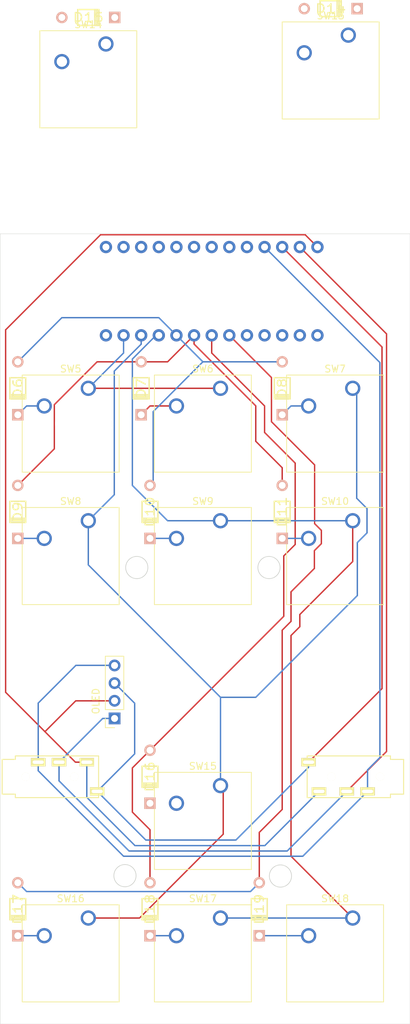
<source format=kicad_pcb>
(kicad_pcb (version 20221018) (generator pcbnew)
  (layers (0 "F.Cu" signal) (31 "B.Cu" signal) (34 "B.Paste" user) (35 "F.Paste" user) (36 "B.SilkS" user "B.Silkscreen") (37 "F.SilkS" user "F.Silkscreen") (38 "B.Mask" user) (39 "F.Mask" user) (44 "Edge.Cuts" user))
  (net 0 "")
  (net 1 "r0")
  (net 2 "Net-(D6-A)")
  (net 3 "r1")
  (net 4 "Net-(D7-A)")
  (net 5 "Net-(D8-A)")
  (net 6 "Net-(D9-A)")
  (net 7 "Net-(D10-A)")
  (net 8 "Net-(D11-A)")
  (net 9 "r2")
  (net 10 "Net-(D14-A)")
  (net 11 "r3")
  (net 12 "Net-(D15-A)")
  (net 13 "Net-(D16-A)")
  (net 14 "Net-(D17-A)")
  (net 15 "Net-(D18-A)")
  (net 16 "Net-(D19-A)")
  (net 17 "VCC")
  (net 18 "GND")
  (net 19 "SCL")
  (net 20 "SDA")
  (net 21 "c1")
  (net 22 "c2")
  (net 23 "c3")
  (footprint "Library:Diode" (layer "F.Cu") (at 135.255 6.985)
    (fp_text reference "D14" (at 0 0) (layer "F.SilkS") (effects (font (size 1.27 1.524) (thickness 0.2032))))
    (fp_text value "D_Small" hide)
    (fp_line (start -1.524 -1.143) (end 1.524 -1.143) (stroke (width 0.2032)) (layer "F.SilkS"))
    (fp_line (start -1.524 1.143) (end -1.524 -1.143) (stroke (width 0.2032)) (layer "F.SilkS"))
    (fp_line (start 0.9 1.1) (end 0.9 -1.1) (stroke (width 0.15)) (layer "F.SilkS"))
    (fp_line (start 1.1 -1.1) (end 1.1 1.1) (stroke (width 0.15)) (layer "F.SilkS"))
    (fp_line (start 1.3 -1.1) (end 1.3 -1) (stroke (width 0.15)) (layer "F.SilkS"))
    (fp_line (start 1.3 -1) (end 1.3 -1.1) (stroke (width 0.15)) (layer "F.SilkS"))
    (fp_line (start 1.3 1.1) (end 1.3 -1) (stroke (width 0.15)) (layer "F.SilkS"))
    (fp_line (start 1.524 -1.143) (end 1.524 1.143) (stroke (width 0.2032)) (layer "F.SilkS"))
    (fp_line (start 1.524 1.143) (end -1.524 1.143) (stroke (width 0.2032)) (layer "F.SilkS"))
    (pad "1" thru_hole circle (at -3.81 0) (size 1.651 1.651) (drill 0.9906) (layers "*.Cu" "*.SilkS" "*.Mask") (net 9 "r2"))
    (pad "2" thru_hole rect (at 3.81 0) (size 1.651 1.651) (drill 0.9906) (layers "*.Cu" "*.SilkS" "*.Mask") (net 10 "Net-(D14-A)"))
  )
  (footprint "Library:Diode" (layer "F.Cu") (at 107.95 61.595 -90)
    (fp_text reference "D7" (at 0 0 90) (layer "F.SilkS") (effects (font (size 1.27 1.524) (thickness 0.2032))))
    (fp_text value "D_Small" hide)
    (fp_line (start -1.524 -1.143) (end 1.524 -1.143) (stroke (width 0.2032)) (layer "F.SilkS"))
    (fp_line (start -1.524 1.143) (end -1.524 -1.143) (stroke (width 0.2032)) (layer "F.SilkS"))
    (fp_line (start 0.9 1.1) (end 0.9 -1.1) (stroke (width 0.15)) (layer "F.SilkS"))
    (fp_line (start 1.1 -1.1) (end 1.1 1.1) (stroke (width 0.15)) (layer "F.SilkS"))
    (fp_line (start 1.3 -1.1) (end 1.3 -1) (stroke (width 0.15)) (layer "F.SilkS"))
    (fp_line (start 1.3 -1) (end 1.3 -1.1) (stroke (width 0.15)) (layer "F.SilkS"))
    (fp_line (start 1.3 1.1) (end 1.3 -1) (stroke (width 0.15)) (layer "F.SilkS"))
    (fp_line (start 1.524 -1.143) (end 1.524 1.143) (stroke (width 0.2032)) (layer "F.SilkS"))
    (fp_line (start 1.524 1.143) (end -1.524 1.143) (stroke (width 0.2032)) (layer "F.SilkS"))
    (pad "1" thru_hole circle (at -3.81 0 270) (size 1.651 1.651) (drill 0.9906) (layers "*.Cu" "*.SilkS" "*.Mask") (net 3 "r1"))
    (pad "2" thru_hole rect (at 3.81 0 270) (size 1.651 1.651) (drill 0.9906) (layers "*.Cu" "*.SilkS" "*.Mask") (net 4 "Net-(D7-A)"))
  )
  (footprint "Button_Switch_Keyboard:SW_Cherry_MX_1.00u_PCB" (layer "F.Cu") (at 138.43 61.595)
    (fp_text reference "SW7" (at -2.54 -2.794) (layer "F.SilkS"))
    (fp_text value "KEYSW")
    (fp_line (start -9.525 -1.905) (end 4.445 -1.905) (stroke (width 0.12)) (layer "F.SilkS"))
    (fp_line (start -9.525 12.065) (end -9.525 -1.905) (stroke (width 0.12)) (layer "F.SilkS"))
    (fp_line (start 4.445 -1.905) (end 4.445 12.065) (stroke (width 0.12)) (layer "F.SilkS"))
    (fp_line (start 4.445 12.065) (end -9.525 12.065) (stroke (width 0.12)) (layer "F.SilkS"))
    (pad "" np_thru_hole circle (at -7.62 5.08) (size 1.7 1.7) (drill 1.7) (layers "*.Cu" "*.Mask"))
    (pad "" np_thru_hole circle (at -2.54 5.08) (size 4 4) (drill 4) (layers "*.Cu" "*.Mask"))
    (pad "" np_thru_hole circle (at 2.54 5.08) (size 1.7 1.7) (drill 1.7) (layers "*.Cu" "*.Mask"))
    (pad "1" thru_hole circle (at 0 0) (size 2.2 2.2) (drill 1.5) (layers "*.Cu" "*.Mask") (net 22 "c2"))
    (pad "2" thru_hole circle (at -6.35 2.54) (size 2.2 2.2) (drill 1.5) (layers "*.Cu" "*.Mask") (net 5 "Net-(D8-A)"))
  )
  (footprint "Library:Diode" (layer "F.Cu") (at 100.33 8.255)
    (fp_text reference "D15" (at 0 0) (layer "F.SilkS") (effects (font (size 1.27 1.524) (thickness 0.2032))))
    (fp_text value "D_Small" hide)
    (fp_line (start -1.524 -1.143) (end 1.524 -1.143) (stroke (width 0.2032)) (layer "F.SilkS"))
    (fp_line (start -1.524 1.143) (end -1.524 -1.143) (stroke (width 0.2032)) (layer "F.SilkS"))
    (fp_line (start 0.9 1.1) (end 0.9 -1.1) (stroke (width 0.15)) (layer "F.SilkS"))
    (fp_line (start 1.1 -1.1) (end 1.1 1.1) (stroke (width 0.15)) (layer "F.SilkS"))
    (fp_line (start 1.3 -1.1) (end 1.3 -1) (stroke (width 0.15)) (layer "F.SilkS"))
    (fp_line (start 1.3 -1) (end 1.3 -1.1) (stroke (width 0.15)) (layer "F.SilkS"))
    (fp_line (start 1.3 1.1) (end 1.3 -1) (stroke (width 0.15)) (layer "F.SilkS"))
    (fp_line (start 1.524 -1.143) (end 1.524 1.143) (stroke (width 0.2032)) (layer "F.SilkS"))
    (fp_line (start 1.524 1.143) (end -1.524 1.143) (stroke (width 0.2032)) (layer "F.SilkS"))
    (pad "1" thru_hole circle (at -3.81 0) (size 1.651 1.651) (drill 0.9906) (layers "*.Cu" "*.SilkS" "*.Mask") (net 11 "r3"))
    (pad "2" thru_hole rect (at 3.81 0) (size 1.651 1.651) (drill 0.9906) (layers "*.Cu" "*.SilkS" "*.Mask") (net 12 "Net-(D15-A)"))
  )
  (footprint "Button_Switch_Keyboard:SW_Cherry_MX_1.00u_PCB" (layer "F.Cu") (at 100.33 61.595)
    (fp_text reference "SW5" (at -2.54 -2.794) (layer "F.SilkS"))
    (fp_text value "KEYSW")
    (fp_line (start -9.525 -1.905) (end 4.445 -1.905) (stroke (width 0.12)) (layer "F.SilkS"))
    (fp_line (start -9.525 12.065) (end -9.525 -1.905) (stroke (width 0.12)) (layer "F.SilkS"))
    (fp_line (start 4.445 -1.905) (end 4.445 12.065) (stroke (width 0.12)) (layer "F.SilkS"))
    (fp_line (start 4.445 12.065) (end -9.525 12.065) (stroke (width 0.12)) (layer "F.SilkS"))
    (pad "" np_thru_hole circle (at -7.62 5.08) (size 1.7 1.7) (drill 1.7) (layers "*.Cu" "*.Mask"))
    (pad "" np_thru_hole circle (at -2.54 5.08) (size 4 4) (drill 4) (layers "*.Cu" "*.Mask"))
    (pad "" np_thru_hole circle (at 2.54 5.08) (size 1.7 1.7) (drill 1.7) (layers "*.Cu" "*.Mask"))
    (pad "1" thru_hole circle (at 0 0) (size 2.2 2.2) (drill 1.5) (layers "*.Cu" "*.Mask") (net 21 "c1"))
    (pad "2" thru_hole circle (at -6.35 2.54) (size 2.2 2.2) (drill 1.5) (layers "*.Cu" "*.Mask") (net 2 "Net-(D6-A)"))
  )
  (footprint "Library:Diode" (layer "F.Cu") (at 109.22 79.375 -90)
    (fp_text reference "D10" (at 0 0 90) (layer "F.SilkS") (effects (font (size 1.27 1.524) (thickness 0.2032))))
    (fp_text value "D_Small" hide)
    (fp_line (start -1.524 -1.143) (end 1.524 -1.143) (stroke (width 0.2032)) (layer "F.SilkS"))
    (fp_line (start -1.524 1.143) (end -1.524 -1.143) (stroke (width 0.2032)) (layer "F.SilkS"))
    (fp_line (start 0.9 1.1) (end 0.9 -1.1) (stroke (width 0.15)) (layer "F.SilkS"))
    (fp_line (start 1.1 -1.1) (end 1.1 1.1) (stroke (width 0.15)) (layer "F.SilkS"))
    (fp_line (start 1.3 -1.1) (end 1.3 -1) (stroke (width 0.15)) (layer "F.SilkS"))
    (fp_line (start 1.3 -1) (end 1.3 -1.1) (stroke (width 0.15)) (layer "F.SilkS"))
    (fp_line (start 1.3 1.1) (end 1.3 -1) (stroke (width 0.15)) (layer "F.SilkS"))
    (fp_line (start 1.524 -1.143) (end 1.524 1.143) (stroke (width 0.2032)) (layer "F.SilkS"))
    (fp_line (start 1.524 1.143) (end -1.524 1.143) (stroke (width 0.2032)) (layer "F.SilkS"))
    (pad "1" thru_hole circle (at -3.81 0 270) (size 1.651 1.651) (drill 0.9906) (layers "*.Cu" "*.SilkS" "*.Mask") (net 1 "r0"))
    (pad "2" thru_hole rect (at 3.81 0 270) (size 1.651 1.651) (drill 0.9906) (layers "*.Cu" "*.SilkS" "*.Mask") (net 7 "Net-(D10-A)"))
  )
  (footprint "Button_Switch_Keyboard:SW_Cherry_MX_1.00u_PCB" (layer "F.Cu") (at 100.33 137.795)
    (fp_text reference "SW16" (at -2.54 -2.794) (layer "F.SilkS"))
    (fp_text value "KEYSW")
    (fp_line (start -9.525 -1.905) (end 4.445 -1.905) (stroke (width 0.12)) (layer "F.SilkS"))
    (fp_line (start -9.525 12.065) (end -9.525 -1.905) (stroke (width 0.12)) (layer "F.SilkS"))
    (fp_line (start 4.445 -1.905) (end 4.445 12.065) (stroke (width 0.12)) (layer "F.SilkS"))
    (fp_line (start 4.445 12.065) (end -9.525 12.065) (stroke (width 0.12)) (layer "F.SilkS"))
    (pad "" np_thru_hole circle (at -7.62 5.08) (size 1.7 1.7) (drill 1.7) (layers "*.Cu" "*.Mask"))
    (pad "" np_thru_hole circle (at -2.54 5.08) (size 4 4) (drill 4) (layers "*.Cu" "*.Mask"))
    (pad "" np_thru_hole circle (at 2.54 5.08) (size 1.7 1.7) (drill 1.7) (layers "*.Cu" "*.Mask"))
    (pad "1" thru_hole circle (at 0 0) (size 2.2 2.2) (drill 1.5) (layers "*.Cu" "*.Mask") (net 22 "c2"))
    (pad "2" thru_hole circle (at -6.35 2.54) (size 2.2 2.2) (drill 1.5) (layers "*.Cu" "*.Mask") (net 14 "Net-(D17-A)"))
  )
  (footprint "Button_Switch_Keyboard:SW_Cherry_MX_1.00u_PCB" (layer "F.Cu") (at 119.38 80.645)
    (fp_text reference "SW9" (at -2.54 -2.794) (layer "F.SilkS"))
    (fp_text value "KEYSW")
    (fp_line (start -9.525 -1.905) (end 4.445 -1.905) (stroke (width 0.12)) (layer "F.SilkS"))
    (fp_line (start -9.525 12.065) (end -9.525 -1.905) (stroke (width 0.12)) (layer "F.SilkS"))
    (fp_line (start 4.445 -1.905) (end 4.445 12.065) (stroke (width 0.12)) (layer "F.SilkS"))
    (fp_line (start 4.445 12.065) (end -9.525 12.065) (stroke (width 0.12)) (layer "F.SilkS"))
    (pad "" np_thru_hole circle (at -7.62 5.08) (size 1.7 1.7) (drill 1.7) (layers "*.Cu" "*.Mask"))
    (pad "" np_thru_hole circle (at -2.54 5.08) (size 4 4) (drill 4) (layers "*.Cu" "*.Mask"))
    (pad "" np_thru_hole circle (at 2.54 5.08) (size 1.7 1.7) (drill 1.7) (layers "*.Cu" "*.Mask"))
    (pad "1" thru_hole circle (at 0 0) (size 2.2 2.2) (drill 1.5) (layers "*.Cu" "*.Mask") (net 23 "c3"))
    (pad "2" thru_hole circle (at -6.35 2.54) (size 2.2 2.2) (drill 1.5) (layers "*.Cu" "*.Mask") (net 7 "Net-(D10-A)"))
  )
  (footprint "1X08_ROUND_70" (layer "F.Cu") (at 111.76 53.975)
    (fp_text reference "JP6" hide)
    (fp_text value "")
    (pad "1" thru_hole circle (at -8.89 0 90) (size 1.778 1.778) (drill 1) (layers "*.Cu" "*.Mask"))
    (pad "2" thru_hole circle (at -6.35 0 90) (size 1.778 1.778) (drill 1) (layers "*.Cu" "*.Mask") (net 21 "c1"))
    (pad "3" thru_hole circle (at -3.81 0 90) (size 1.778 1.778) (drill 1) (layers "*.Cu" "*.Mask") (net 22 "c2"))
    (pad "4" thru_hole circle (at -1.27 0 90) (size 1.778 1.778) (drill 1) (layers "*.Cu" "*.Mask") (net 23 "c3"))
    (pad "5" thru_hole circle (at 1.27 0 90) (size 1.778 1.778) (drill 1) (layers "*.Cu" "*.Mask") (net 1 "r0"))
    (pad "6" thru_hole circle (at 3.81 0 90) (size 1.778 1.778) (drill 1) (layers "*.Cu" "*.Mask") (net 3 "r1"))
    (pad "7" thru_hole circle (at 6.35 0 90) (size 1.778 1.778) (drill 1) (layers "*.Cu" "*.Mask") (net 9 "r2"))
    (pad "8" thru_hole circle (at 8.89 0 90) (size 1.778 1.778) (drill 1) (layers "*.Cu" "*.Mask") (net 11 "r3"))
  )
  (footprint "Connector_PinSocket_2.54mm:PinSocket_1x04_P2.54mm_Vertical" (layer "F.Cu") (at 104.1146 109.083 180)
    (fp_text reference "J1" hide)
    (fp_text value "Conn_01x04")
    (fp_line (start -1.33 1.27) (end -1.33 8.95) (stroke (width 0.12)) (layer "F.SilkS"))
    (fp_line (start -1.33 1.27) (end 1.33 1.27) (stroke (width 0.12)) (layer "F.SilkS"))
    (fp_line (start -1.33 8.95) (end 1.33 8.95) (stroke (width 0.12)) (layer "F.SilkS"))
    (fp_line (start 0 -1.33) (end 1.33 -1.33) (stroke (width 0.12)) (layer "F.SilkS"))
    (fp_line (start 1.33 -1.33) (end 1.33 0) (stroke (width 0.12)) (layer "F.SilkS"))
    (fp_line (start 1.33 1.27) (end 1.33 8.95) (stroke (width 0.12)) (layer "F.SilkS"))
    (pad "1" thru_hole rect (at 0 0 180) (size 1.7 1.7) (drill 1) (layers "*.Cu" "*.Mask") (net 18 "GND"))
    (pad "2" thru_hole oval (at 0 2.54 180) (size 1.7 1.7) (drill 1) (layers "*.Cu" "*.Mask") (net 17 "VCC"))
    (pad "3" thru_hole oval (at 0 5.08 180) (size 1.7 1.7) (drill 1) (layers "*.Cu" "*.Mask") (net 19 "SCL"))
    (pad "4" thru_hole oval (at 0 7.62 180) (size 1.7 1.7) (drill 1) (layers "*.Cu" "*.Mask") (net 20 "SDA"))
  )
  (footprint "Library:Diode" (layer "F.Cu") (at 90.17 61.595 -90)
    (fp_text reference "D6" (at 0 0 90) (layer "F.SilkS") (effects (font (size 1.27 1.524) (thickness 0.2032))))
    (fp_text value "D_Small" hide)
    (fp_line (start -1.524 -1.143) (end 1.524 -1.143) (stroke (width 0.2032)) (layer "F.SilkS"))
    (fp_line (start -1.524 1.143) (end -1.524 -1.143) (stroke (width 0.2032)) (layer "F.SilkS"))
    (fp_line (start 0.9 1.1) (end 0.9 -1.1) (stroke (width 0.15)) (layer "F.SilkS"))
    (fp_line (start 1.1 -1.1) (end 1.1 1.1) (stroke (width 0.15)) (layer "F.SilkS"))
    (fp_line (start 1.3 -1.1) (end 1.3 -1) (stroke (width 0.15)) (layer "F.SilkS"))
    (fp_line (start 1.3 -1) (end 1.3 -1.1) (stroke (width 0.15)) (layer "F.SilkS"))
    (fp_line (start 1.3 1.1) (end 1.3 -1) (stroke (width 0.15)) (layer "F.SilkS"))
    (fp_line (start 1.524 -1.143) (end 1.524 1.143) (stroke (width 0.2032)) (layer "F.SilkS"))
    (fp_line (start 1.524 1.143) (end -1.524 1.143) (stroke (width 0.2032)) (layer "F.SilkS"))
    (pad "1" thru_hole circle (at -3.81 0 270) (size 1.651 1.651) (drill 0.9906) (layers "*.Cu" "*.SilkS" "*.Mask") (net 1 "r0"))
    (pad "2" thru_hole rect (at 3.81 0 270) (size 1.651 1.651) (drill 0.9906) (layers "*.Cu" "*.SilkS" "*.Mask") (net 2 "Net-(D6-A)"))
  )
  (footprint "Library:Diode" (layer "F.Cu") (at 128.27 79.375 -90)
    (fp_text reference "D11" (at 0 0 90) (layer "F.SilkS") (effects (font (size 1.27 1.524) (thickness 0.2032))))
    (fp_text value "D_Small" hide)
    (fp_line (start -1.524 -1.143) (end 1.524 -1.143) (stroke (width 0.2032)) (layer "F.SilkS"))
    (fp_line (start -1.524 1.143) (end -1.524 -1.143) (stroke (width 0.2032)) (layer "F.SilkS"))
    (fp_line (start 0.9 1.1) (end 0.9 -1.1) (stroke (width 0.15)) (layer "F.SilkS"))
    (fp_line (start 1.1 -1.1) (end 1.1 1.1) (stroke (width 0.15)) (layer "F.SilkS"))
    (fp_line (start 1.3 -1.1) (end 1.3 -1) (stroke (width 0.15)) (layer "F.SilkS"))
    (fp_line (start 1.3 -1) (end 1.3 -1.1) (stroke (width 0.15)) (layer "F.SilkS"))
    (fp_line (start 1.3 1.1) (end 1.3 -1) (stroke (width 0.15)) (layer "F.SilkS"))
    (fp_line (start 1.524 -1.143) (end 1.524 1.143) (stroke (width 0.2032)) (layer "F.SilkS"))
    (fp_line (start 1.524 1.143) (end -1.524 1.143) (stroke (width 0.2032)) (layer "F.SilkS"))
    (pad "1" thru_hole circle (at -3.81 0 270) (size 1.651 1.651) (drill 0.9906) (layers "*.Cu" "*.SilkS" "*.Mask") (net 3 "r1"))
    (pad "2" thru_hole rect (at 3.81 0 270) (size 1.651 1.651) (drill 0.9906) (layers "*.Cu" "*.SilkS" "*.Mask") (net 8 "Net-(D11-A)"))
  )
  (footprint "Button_Switch_Keyboard:SW_Cherry_MX_1.00u_PCB" (layer "F.Cu") (at 119.38 61.595)
    (fp_text reference "SW6" (at -2.54 -2.794) (layer "F.SilkS"))
    (fp_text value "KEYSW")
    (fp_line (start -9.525 -1.905) (end 4.445 -1.905) (stroke (width 0.12)) (layer "F.SilkS"))
    (fp_line (start -9.525 12.065) (end -9.525 -1.905) (stroke (width 0.12)) (layer "F.SilkS"))
    (fp_line (start 4.445 -1.905) (end 4.445 12.065) (stroke (width 0.12)) (layer "F.SilkS"))
    (fp_line (start 4.445 12.065) (end -9.525 12.065) (stroke (width 0.12)) (layer "F.SilkS"))
    (pad "" np_thru_hole circle (at -7.62 5.08) (size 1.7 1.7) (drill 1.7) (layers "*.Cu" "*.Mask"))
    (pad "" np_thru_hole circle (at -2.54 5.08) (size 4 4) (drill 4) (layers "*.Cu" "*.Mask"))
    (pad "" np_thru_hole circle (at 2.54 5.08) (size 1.7 1.7) (drill 1.7) (layers "*.Cu" "*.Mask"))
    (pad "1" thru_hole circle (at 0 0) (size 2.2 2.2) (drill 1.5) (layers "*.Cu" "*.Mask") (net 21 "c1"))
    (pad "2" thru_hole circle (at -6.35 2.54) (size 2.2 2.2) (drill 1.5) (layers "*.Cu" "*.Mask") (net 4 "Net-(D7-A)"))
  )
  (footprint "Library:TRRS" (layer "F.Cu") (at 143.8675 117.475 -90)
    (fp_text reference "J2" hide)
    (fp_text value "4PIN" hide)
    (fp_line (start -3 0) (end -2.5 0) (stroke (width 0.15)) (layer "F.SilkS"))
    (fp_line (start -3 12) (end -3 0) (stroke (width 0.15)) (layer "F.SilkS"))
    (fp_line (start -2.5 -1.9) (end 2.5 -1.9) (stroke (width 0.15)) (layer "F.SilkS"))
    (fp_line (start -2.5 0) (end -2.5 -1.9) (stroke (width 0.15)) (layer "F.SilkS"))
    (fp_line (start 2.5 0) (end 2.5 -1.9) (stroke (width 0.15)) (layer "F.SilkS"))
    (fp_line (start 3 0) (end 2.5 0) (stroke (width 0.15)) (layer "F.SilkS"))
    (fp_line (start 3 0) (end 3 12) (stroke (width 0.15)) (layer "F.SilkS"))
    (fp_line (start 3 12) (end -3 12) (stroke (width 0.15)) (layer "F.SilkS"))
    (pad "" np_thru_hole circle (at 0 1.5 270) (size 1.2 1.2) (drill 1.2) (layers "*.Cu" "*.Mask" "F.SilkS"))
    (pad "" np_thru_hole circle (at 0 8.5 270) (size 1.2 1.2) (drill 1.2) (layers "*.Cu" "*.Mask" "F.SilkS"))
    (pad "1" thru_hole rect (at 2.1 10.3 270) (size 1.2 2.1) (drill oval 0.5 1.6) (layers "*.Cu" "*.Mask" "F.SilkS") (net 17 "VCC") (clearance 0.15))
    (pad "2" thru_hole rect (at 2.1 6.3 270) (size 1.2 2.1) (drill oval 0.5 1.6) (layers "*.Cu" "*.Mask" "F.SilkS") (net 18 "GND") (clearance 0.15))
    (pad "3" thru_hole rect (at 2.1 3.3 270) (size 1.2 2.1) (drill oval 0.5 1.6) (layers "*.Cu" "*.Mask" "F.SilkS") (net 20 "SDA") (clearance 0.15))
    (pad "4" thru_hole rect (at -2.1 11.8 270) (size 1.2 2.1) (drill oval 0.5 1.6) (layers "*.Cu" "*.Mask" "F.SilkS") (net 19 "SCL") (clearance 0.15))
  )
  (footprint "1X05_ROUND_70" (layer "F.Cu") (at 128.27 53.975 180)
    (fp_text reference "JP1" hide)
    (fp_text value "")
    (pad "1" thru_hole circle (at -5.08 0 270) (size 1.778 1.778) (drill 1) (layers "*.Cu" "*.Mask"))
    (pad "2" thru_hole circle (at -2.54 0 270) (size 1.778 1.778) (drill 1) (layers "*.Cu" "*.Mask"))
    (pad "3" thru_hole circle (at 0 0 270) (size 1.778 1.778) (drill 1) (layers "*.Cu" "*.Mask"))
    (pad "4" thru_hole circle (at 2.54 0 270) (size 1.778 1.778) (drill 1) (layers "*.Cu" "*.Mask"))
    (pad "5" thru_hole circle (at 5.08 0 270) (size 1.778 1.778) (drill 1) (layers "*.Cu" "*.Mask"))
  )
  (footprint "Button_Switch_Keyboard:SW_Cherry_MX_1.00u_PCB" (layer "F.Cu") (at 102.87 12.065)
    (fp_text reference "SW14" (at -2.54 -2.794) (layer "F.SilkS"))
    (fp_text value "KEYSW")
    (fp_line (start -9.525 -1.905) (end 4.445 -1.905) (stroke (width 0.12)) (layer "F.SilkS"))
    (fp_line (start -9.525 12.065) (end -9.525 -1.905) (stroke (width 0.12)) (layer "F.SilkS"))
    (fp_line (start 4.445 -1.905) (end 4.445 12.065) (stroke (width 0.12)) (layer "F.SilkS"))
    (fp_line (start 4.445 12.065) (end -9.525 12.065) (stroke (width 0.12)) (layer "F.SilkS"))
    (pad "" np_thru_hole circle (at -7.62 5.08) (size 1.7 1.7) (drill 1.7) (layers "*.Cu" "*.Mask"))
    (pad "" np_thru_hole circle (at -2.54 5.08) (size 4 4) (drill 4) (layers "*.Cu" "*.Mask"))
    (pad "" np_thru_hole circle (at 2.54 5.08) (size 1.7 1.7) (drill 1.7) (layers "*.Cu" "*.Mask"))
    (pad "1" thru_hole circle (at 0 0) (size 2.2 2.2) (drill 1.5) (layers "*.Cu" "*.Mask") (net 21 "c1"))
    (pad "2" thru_hole circle (at -6.35 2.54) (size 2.2 2.2) (drill 1.5) (layers "*.Cu" "*.Mask") (net 12 "Net-(D15-A)"))
  )
  (footprint "Button_Switch_Keyboard:SW_Cherry_MX_1.00u_PCB" (layer "F.Cu") (at 100.33 80.645)
    (fp_text reference "SW8" (at -2.54 -2.794) (layer "F.SilkS"))
    (fp_text value "KEYSW")
    (fp_line (start -9.525 -1.905) (end 4.445 -1.905) (stroke (width 0.12)) (layer "F.SilkS"))
    (fp_line (start -9.525 12.065) (end -9.525 -1.905) (stroke (width 0.12)) (layer "F.SilkS"))
    (fp_line (start 4.445 -1.905) (end 4.445 12.065) (stroke (width 0.12)) (layer "F.SilkS"))
    (fp_line (start 4.445 12.065) (end -9.525 12.065) (stroke (width 0.12)) (layer "F.SilkS"))
    (pad "" np_thru_hole circle (at -7.62 5.08) (size 1.7 1.7) (drill 1.7) (layers "*.Cu" "*.Mask"))
    (pad "" np_thru_hole circle (at -2.54 5.08) (size 4 4) (drill 4) (layers "*.Cu" "*.Mask"))
    (pad "" np_thru_hole circle (at 2.54 5.08) (size 1.7 1.7) (drill 1.7) (layers "*.Cu" "*.Mask"))
    (pad "1" thru_hole circle (at 0 0) (size 2.2 2.2) (drill 1.5) (layers "*.Cu" "*.Mask") (net 22 "c2"))
    (pad "2" thru_hole circle (at -6.35 2.54) (size 2.2 2.2) (drill 1.5) (layers "*.Cu" "*.Mask") (net 6 "Net-(D9-A)"))
  )
  (footprint "Button_Switch_Keyboard:SW_Cherry_MX_1.00u_PCB" (layer "F.Cu") (at 138.43 80.645)
    (fp_text reference "SW10" (at -2.54 -2.794) (layer "F.SilkS"))
    (fp_text value "KEYSW")
    (fp_line (start -9.525 -1.905) (end 4.445 -1.905) (stroke (width 0.12)) (layer "F.SilkS"))
    (fp_line (start -9.525 12.065) (end -9.525 -1.905) (stroke (width 0.12)) (layer "F.SilkS"))
    (fp_line (start 4.445 -1.905) (end 4.445 12.065) (stroke (width 0.12)) (layer "F.SilkS"))
    (fp_line (start 4.445 12.065) (end -9.525 12.065) (stroke (width 0.12)) (layer "F.SilkS"))
    (pad "" np_thru_hole circle (at -7.62 5.08) (size 1.7 1.7) (drill 1.7) (layers "*.Cu" "*.Mask"))
    (pad "" np_thru_hole circle (at -2.54 5.08) (size 4 4) (drill 4) (layers "*.Cu" "*.Mask"))
    (pad "" np_thru_hole circle (at 2.54 5.08) (size 1.7 1.7) (drill 1.7) (layers "*.Cu" "*.Mask"))
    (pad "1" thru_hole circle (at 0 0) (size 2.2 2.2) (drill 1.5) (layers "*.Cu" "*.Mask") (net 23 "c3"))
    (pad "2" thru_hole circle (at -6.35 2.54) (size 2.2 2.2) (drill 1.5) (layers "*.Cu" "*.Mask") (net 8 "Net-(D11-A)"))
  )
  (footprint "Button_Switch_Keyboard:SW_Cherry_MX_1.00u_PCB" (layer "F.Cu") (at 119.38 118.745)
    (fp_text reference "SW15" (at -2.54 -2.794) (layer "F.SilkS"))
    (fp_text value "KEYSW")
    (fp_line (start -9.525 -1.905) (end 4.445 -1.905) (stroke (width 0.12)) (layer "F.SilkS"))
    (fp_line (start -9.525 12.065) (end -9.525 -1.905) (stroke (width 0.12)) (layer "F.SilkS"))
    (fp_line (start 4.445 -1.905) (end 4.445 12.065) (stroke (width 0.12)) (layer "F.SilkS"))
    (fp_line (start 4.445 12.065) (end -9.525 12.065) (stroke (width 0.12)) (layer "F.SilkS"))
    (pad "" np_thru_hole circle (at -7.62 5.08) (size 1.7 1.7) (drill 1.7) (layers "*.Cu" "*.Mask"))
    (pad "" np_thru_hole circle (at -2.54 5.08) (size 4 4) (drill 4) (layers "*.Cu" "*.Mask"))
    (pad "" np_thru_hole circle (at 2.54 5.08) (size 1.7 1.7) (drill 1.7) (layers "*.Cu" "*.Mask"))
    (pad "1" thru_hole circle (at 0 0) (size 2.2 2.2) (drill 1.5) (layers "*.Cu" "*.Mask") (net 22 "c2"))
    (pad "2" thru_hole circle (at -6.35 2.54) (size 2.2 2.2) (drill 1.5) (layers "*.Cu" "*.Mask") (net 13 "Net-(D16-A)"))
  )
  (footprint "1X08_ROUND_70" (layer "F.Cu") (at 111.76 41.275 180)
    (fp_text reference "JP2" hide)
    (fp_text value "")
    (pad "1" thru_hole circle (at -8.89 0 270) (size 1.778 1.778) (drill 1) (layers "*.Cu" "*.Mask"))
    (pad "2" thru_hole circle (at -6.35 0 270) (size 1.778 1.778) (drill 1) (layers "*.Cu" "*.Mask"))
    (pad "3" thru_hole circle (at -3.81 0 270) (size 1.778 1.778) (drill 1) (layers "*.Cu" "*.Mask"))
    (pad "4" thru_hole circle (at -1.27 0 270) (size 1.778 1.778) (drill 1) (layers "*.Cu" "*.Mask"))
    (pad "5" thru_hole circle (at 1.27 0 270) (size 1.778 1.778) (drill 1) (layers "*.Cu" "*.Mask"))
    (pad "6" thru_hole circle (at 3.81 0 270) (size 1.778 1.778) (drill 1) (layers "*.Cu" "*.Mask"))
    (pad "7" thru_hole circle (at 6.35 0 270) (size 1.778 1.778) (drill 1) (layers "*.Cu" "*.Mask"))
    (pad "8" thru_hole circle (at 8.89 0 270) (size 1.778 1.778) (drill 1) (layers "*.Cu" "*.Mask"))
  )
  (footprint "Button_Switch_Keyboard:SW_Cherry_MX_1.00u_PCB" (layer "F.Cu") (at 119.38 137.795)
    (fp_text reference "SW17" (at -2.54 -2.794) (layer "F.SilkS"))
    (fp_text value "KEYSW")
    (fp_line (start -9.525 -1.905) (end 4.445 -1.905) (stroke (width 0.12)) (layer "F.SilkS"))
    (fp_line (start -9.525 12.065) (end -9.525 -1.905) (stroke (width 0.12)) (layer "F.SilkS"))
    (fp_line (start 4.445 -1.905) (end 4.445 12.065) (stroke (width 0.12)) (layer "F.SilkS"))
    (fp_line (start 4.445 12.065) (end -9.525 12.065) (stroke (width 0.12)) (layer "F.SilkS"))
    (pad "" np_thru_hole circle (at -7.62 5.08) (size 1.7 1.7) (drill 1.7) (layers "*.Cu" "*.Mask"))
    (pad "" np_thru_hole circle (at -2.54 5.08) (size 4 4) (drill 4) (layers "*.Cu" "*.Mask"))
    (pad "" np_thru_hole circle (at 2.54 5.08) (size 1.7 1.7) (drill 1.7) (layers "*.Cu" "*.Mask"))
    (pad "1" thru_hole circle (at 0 0) (size 2.2 2.2) (drill 1.5) (layers "*.Cu" "*.Mask") (net 23 "c3"))
    (pad "2" thru_hole circle (at -6.35 2.54) (size 2.2 2.2) (drill 1.5) (layers "*.Cu" "*.Mask") (net 15 "Net-(D18-A)"))
  )
  (footprint "Library:Diode" (layer "F.Cu") (at 109.22 136.525 -90)
    (fp_text reference "D18" (at 0 0 90) (layer "F.SilkS") (effects (font (size 1.27 1.524) (thickness 0.2032))))
    (fp_text value "D_Small" hide)
    (fp_line (start -1.524 -1.143) (end 1.524 -1.143) (stroke (width 0.2032)) (layer "F.SilkS"))
    (fp_line (start -1.524 1.143) (end -1.524 -1.143) (stroke (width 0.2032)) (layer "F.SilkS"))
    (fp_line (start 0.9 1.1) (end 0.9 -1.1) (stroke (width 0.15)) (layer "F.SilkS"))
    (fp_line (start 1.1 -1.1) (end 1.1 1.1) (stroke (width 0.15)) (layer "F.SilkS"))
    (fp_line (start 1.3 -1.1) (end 1.3 -1) (stroke (width 0.15)) (layer "F.SilkS"))
    (fp_line (start 1.3 -1) (end 1.3 -1.1) (stroke (width 0.15)) (layer "F.SilkS"))
    (fp_line (start 1.3 1.1) (end 1.3 -1) (stroke (width 0.15)) (layer "F.SilkS"))
    (fp_line (start 1.524 -1.143) (end 1.524 1.143) (stroke (width 0.2032)) (layer "F.SilkS"))
    (fp_line (start 1.524 1.143) (end -1.524 1.143) (stroke (width 0.2032)) (layer "F.SilkS"))
    (pad "1" thru_hole circle (at -3.81 0 270) (size 1.651 1.651) (drill 0.9906) (layers "*.Cu" "*.SilkS" "*.Mask") (net 9 "r2"))
    (pad "2" thru_hole rect (at 3.81 0 270) (size 1.651 1.651) (drill 0.9906) (layers "*.Cu" "*.SilkS" "*.Mask") (net 15 "Net-(D18-A)"))
  )
  (footprint "Library:Diode" (layer "F.Cu") (at 109.22 117.475 -90)
    (fp_text reference "D16" (at 0 0 90) (layer "F.SilkS") (effects (font (size 1.27 1.524) (thickness 0.2032))))
    (fp_text value "D_Small" hide)
    (fp_line (start -1.524 -1.143) (end 1.524 -1.143) (stroke (width 0.2032)) (layer "F.SilkS"))
    (fp_line (start -1.524 1.143) (end -1.524 -1.143) (stroke (width 0.2032)) (layer "F.SilkS"))
    (fp_line (start 0.9 1.1) (end 0.9 -1.1) (stroke (width 0.15)) (layer "F.SilkS"))
    (fp_line (start 1.1 -1.1) (end 1.1 1.1) (stroke (width 0.15)) (layer "F.SilkS"))
    (fp_line (start 1.3 -1.1) (end 1.3 -1) (stroke (width 0.15)) (layer "F.SilkS"))
    (fp_line (start 1.3 -1) (end 1.3 -1.1) (stroke (width 0.15)) (layer "F.SilkS"))
    (fp_line (start 1.3 1.1) (end 1.3 -1) (stroke (width 0.15)) (layer "F.SilkS"))
    (fp_line (start 1.524 -1.143) (end 1.524 1.143) (stroke (width 0.2032)) (layer "F.SilkS"))
    (fp_line (start 1.524 1.143) (end -1.524 1.143) (stroke (width 0.2032)) (layer "F.SilkS"))
    (pad "1" thru_hole circle (at -3.81 0 270) (size 1.651 1.651) (drill 0.9906) (layers "*.Cu" "*.SilkS" "*.Mask") (net 9 "r2"))
    (pad "2" thru_hole rect (at 3.81 0 270) (size 1.651 1.651) (drill 0.9906) (layers "*.Cu" "*.SilkS" "*.Mask") (net 13 "Net-(D16-A)"))
  )
  (footprint "Library:Diode" (layer "F.Cu") (at 128.27 61.595 -90)
    (fp_text reference "D8" (at 0 0 90) (layer "F.SilkS") (effects (font (size 1.27 1.524) (thickness 0.2032))))
    (fp_text value "D_Small" hide)
    (fp_line (start -1.524 -1.143) (end 1.524 -1.143) (stroke (width 0.2032)) (layer "F.SilkS"))
    (fp_line (start -1.524 1.143) (end -1.524 -1.143) (stroke (width 0.2032)) (layer "F.SilkS"))
    (fp_line (start 0.9 1.1) (end 0.9 -1.1) (stroke (width 0.15)) (layer "F.SilkS"))
    (fp_line (start 1.1 -1.1) (end 1.1 1.1) (stroke (width 0.15)) (layer "F.SilkS"))
    (fp_line (start 1.3 -1.1) (end 1.3 -1) (stroke (width 0.15)) (layer "F.SilkS"))
    (fp_line (start 1.3 -1) (end 1.3 -1.1) (stroke (width 0.15)) (layer "F.SilkS"))
    (fp_line (start 1.3 1.1) (end 1.3 -1) (stroke (width 0.15)) (layer "F.SilkS"))
    (fp_line (start 1.524 -1.143) (end 1.524 1.143) (stroke (width 0.2032)) (layer "F.SilkS"))
    (fp_line (start 1.524 1.143) (end -1.524 1.143) (stroke (width 0.2032)) (layer "F.SilkS"))
    (pad "1" thru_hole circle (at -3.81 0 270) (size 1.651 1.651) (drill 0.9906) (layers "*.Cu" "*.SilkS" "*.Mask") (net 1 "r0"))
    (pad "2" thru_hole rect (at 3.81 0 270) (size 1.651 1.651) (drill 0.9906) (layers "*.Cu" "*.SilkS" "*.Mask") (net 5 "Net-(D8-A)"))
  )
  (footprint "Library:Diode" (layer "F.Cu") (at 124.968 136.525 -90)
    (fp_text reference "D19" (at 0 0 90) (layer "F.SilkS") (effects (font (size 1.27 1.524) (thickness 0.2032))))
    (fp_text value "D_Small" hide)
    (fp_line (start -1.524 -1.143) (end 1.524 -1.143) (stroke (width 0.2032)) (layer "F.SilkS"))
    (fp_line (start -1.524 1.143) (end -1.524 -1.143) (stroke (width 0.2032)) (layer "F.SilkS"))
    (fp_line (start 0.9 1.1) (end 0.9 -1.1) (stroke (width 0.15)) (layer "F.SilkS"))
    (fp_line (start 1.1 -1.1) (end 1.1 1.1) (stroke (width 0.15)) (layer "F.SilkS"))
    (fp_line (start 1.3 -1.1) (end 1.3 -1) (stroke (width 0.15)) (layer "F.SilkS"))
    (fp_line (start 1.3 -1) (end 1.3 -1.1) (stroke (width 0.15)) (layer "F.SilkS"))
    (fp_line (start 1.3 1.1) (end 1.3 -1) (stroke (width 0.15)) (layer "F.SilkS"))
    (fp_line (start 1.524 -1.143) (end 1.524 1.143) (stroke (width 0.2032)) (layer "F.SilkS"))
    (fp_line (start 1.524 1.143) (end -1.524 1.143) (stroke (width 0.2032)) (layer "F.SilkS"))
    (pad "1" thru_hole circle (at -3.81 0 270) (size 1.651 1.651) (drill 0.9906) (layers "*.Cu" "*.SilkS" "*.Mask") (net 11 "r3"))
    (pad "2" thru_hole rect (at 3.81 0 270) (size 1.651 1.651) (drill 0.9906) (layers "*.Cu" "*.SilkS" "*.Mask") (net 16 "Net-(D19-A)"))
  )
  (footprint "Library:Diode" (layer "F.Cu") (at 90.17 79.375 -90)
    (fp_text reference "D9" (at 0 0 90) (layer "F.SilkS") (effects (font (size 1.27 1.524) (thickness 0.2032))))
    (fp_text value "D_Small" hide)
    (fp_line (start -1.524 -1.143) (end 1.524 -1.143) (stroke (width 0.2032)) (layer "F.SilkS"))
    (fp_line (start -1.524 1.143) (end -1.524 -1.143) (stroke (width 0.2032)) (layer "F.SilkS"))
    (fp_line (start 0.9 1.1) (end 0.9 -1.1) (stroke (width 0.15)) (layer "F.SilkS"))
    (fp_line (start 1.1 -1.1) (end 1.1 1.1) (stroke (width 0.15)) (layer "F.SilkS"))
    (fp_line (start 1.3 -1.1) (end 1.3 -1) (stroke (width 0.15)) (layer "F.SilkS"))
    (fp_line (start 1.3 -1) (end 1.3 -1.1) (stroke (width 0.15)) (layer "F.SilkS"))
    (fp_line (start 1.3 1.1) (end 1.3 -1) (stroke (width 0.15)) (layer "F.SilkS"))
    (fp_line (start 1.524 -1.143) (end 1.524 1.143) (stroke (width 0.2032)) (layer "F.SilkS"))
    (fp_line (start 1.524 1.143) (end -1.524 1.143) (stroke (width 0.2032)) (layer "F.SilkS"))
    (pad "1" thru_hole circle (at -3.81 0 270) (size 1.651 1.651) (drill 0.9906) (layers "*.Cu" "*.SilkS" "*.Mask") (net 3 "r1"))
    (pad "2" thru_hole rect (at 3.81 0 270) (size 1.651 1.651) (drill 0.9906) (layers "*.Cu" "*.SilkS" "*.Mask") (net 6 "Net-(D9-A)"))
  )
  (footprint "1X05_ROUND_70" (layer "F.Cu") (at 128.27 41.275 180)
    (fp_text reference "JP5" hide)
    (fp_text value "")
    (pad "1" thru_hole circle (at -5.08 0 270) (size 1.778 1.778) (drill 1) (layers "*.Cu" "*.Mask") (net 17 "VCC"))
    (pad "2" thru_hole circle (at -2.54 0 270) (size 1.778 1.778) (drill 1) (layers "*.Cu" "*.Mask") (net 18 "GND"))
    (pad "3" thru_hole circle (at 0 0 270) (size 1.778 1.778) (drill 1) (layers "*.Cu" "*.Mask") (net 19 "SCL"))
    (pad "4" thru_hole circle (at 2.54 0 270) (size 1.778 1.778) (drill 1) (layers "*.Cu" "*.Mask") (net 20 "SDA"))
    (pad "5" thru_hole circle (at 5.08 0 270) (size 1.778 1.778) (drill 1) (layers "*.Cu" "*.Mask"))
  )
  (footprint "Button_Switch_Keyboard:SW_Cherry_MX_1.00u_PCB" (layer "F.Cu") (at 138.43 137.795)
    (fp_text reference "SW18" (at -2.54 -2.794) (layer "F.SilkS"))
    (fp_text value "KEYSW")
    (fp_line (start -9.525 -1.905) (end 4.445 -1.905) (stroke (width 0.12)) (layer "F.SilkS"))
    (fp_line (start -9.525 12.065) (end -9.525 -1.905) (stroke (width 0.12)) (layer "F.SilkS"))
    (fp_line (start 4.445 -1.905) (end 4.445 12.065) (stroke (width 0.12)) (layer "F.SilkS"))
    (fp_line (start 4.445 12.065) (end -9.525 12.065) (stroke (width 0.12)) (layer "F.SilkS"))
    (pad "" np_thru_hole circle (at -7.62 5.08) (size 1.7 1.7) (drill 1.7) (layers "*.Cu" "*.Mask"))
    (pad "" np_thru_hole circle (at -2.54 5.08) (size 4 4) (drill 4) (layers "*.Cu" "*.Mask"))
    (pad "" np_thru_hole circle (at 2.54 5.08) (size 1.7 1.7) (drill 1.7) (layers "*.Cu" "*.Mask"))
    (pad "1" thru_hole circle (at 0 0) (size 2.2 2.2) (drill 1.5) (layers "*.Cu" "*.Mask") (net 23 "c3"))
    (pad "2" thru_hole circle (at -6.35 2.54) (size 2.2 2.2) (drill 1.5) (layers "*.Cu" "*.Mask") (net 16 "Net-(D19-A)"))
  )
  (footprint "Button_Switch_Keyboard:SW_Cherry_MX_1.00u_PCB" (layer "F.Cu") (at 137.795 10.795)
    (fp_text reference "SW13" (at -2.54 -2.794) (layer "F.SilkS"))
    (fp_text value "KEYSW")
    (fp_line (start -9.525 -1.905) (end 4.445 -1.905) (stroke (width 0.12)) (layer "F.SilkS"))
    (fp_line (start -9.525 12.065) (end -9.525 -1.905) (stroke (width 0.12)) (layer "F.SilkS"))
    (fp_line (start 4.445 -1.905) (end 4.445 12.065) (stroke (width 0.12)) (layer "F.SilkS"))
    (fp_line (start 4.445 12.065) (end -9.525 12.065) (stroke (width 0.12)) (layer "F.SilkS"))
    (pad "" np_thru_hole circle (at -7.62 5.08) (size 1.7 1.7) (drill 1.7) (layers "*.Cu" "*.Mask"))
    (pad "" np_thru_hole circle (at -2.54 5.08) (size 4 4) (drill 4) (layers "*.Cu" "*.Mask"))
    (pad "" np_thru_hole circle (at 2.54 5.08) (size 1.7 1.7) (drill 1.7) (layers "*.Cu" "*.Mask"))
    (pad "1" thru_hole circle (at 0 0) (size 2.2 2.2) (drill 1.5) (layers "*.Cu" "*.Mask") (net 21 "c1"))
    (pad "2" thru_hole circle (at -6.35 2.54) (size 2.2 2.2) (drill 1.5) (layers "*.Cu" "*.Mask") (net 10 "Net-(D14-A)"))
  )
  (footprint "Library:Diode" (layer "F.Cu") (at 90.17 136.525 -90)
    (fp_text reference "D17" (at 0 0 90) (layer "F.SilkS") (effects (font (size 1.27 1.524) (thickness 0.2032))))
    (fp_text value "D_Small" hide)
    (fp_line (start -1.524 -1.143) (end 1.524 -1.143) (stroke (width 0.2032)) (layer "F.SilkS"))
    (fp_line (start -1.524 1.143) (end -1.524 -1.143) (stroke (width 0.2032)) (layer "F.SilkS"))
    (fp_line (start 0.9 1.1) (end 0.9 -1.1) (stroke (width 0.15)) (layer "F.SilkS"))
    (fp_line (start 1.1 -1.1) (end 1.1 1.1) (stroke (width 0.15)) (layer "F.SilkS"))
    (fp_line (start 1.3 -1.1) (end 1.3 -1) (stroke (width 0.15)) (layer "F.SilkS"))
    (fp_line (start 1.3 -1) (end 1.3 -1.1) (stroke (width 0.15)) (layer "F.SilkS"))
    (fp_line (start 1.3 1.1) (end 1.3 -1) (stroke (width 0.15)) (layer "F.SilkS"))
    (fp_line (start 1.524 -1.143) (end 1.524 1.143) (stroke (width 0.2032)) (layer "F.SilkS"))
    (fp_line (start 1.524 1.143) (end -1.524 1.143) (stroke (width 0.2032)) (layer "F.SilkS"))
    (pad "1" thru_hole circle (at -3.81 0 270) (size 1.651 1.651) (drill 0.9906) (layers "*.Cu" "*.SilkS" "*.Mask") (net 11 "r3"))
    (pad "2" thru_hole rect (at 3.81 0 270) (size 1.651 1.651) (drill 0.9906) (layers "*.Cu" "*.SilkS" "*.Mask") (net 14 "Net-(D17-A)"))
  )
  (footprint "Library:TRRS" (layer "F.Cu") (at 89.8125 117.475 90)
    (fp_text reference "J2" hide)
    (fp_text value "4PIN" hide)
    (fp_line (start -3 0) (end -2.5 0) (stroke (width 0.15)) (layer "F.SilkS"))
    (fp_line (start -3 12) (end -3 0) (stroke (width 0.15)) (layer "F.SilkS"))
    (fp_line (start -2.5 -1.9) (end 2.5 -1.9) (stroke (width 0.15)) (layer "F.SilkS"))
    (fp_line (start -2.5 0) (end -2.5 -1.9) (stroke (width 0.15)) (layer "F.SilkS"))
    (fp_line (start 2.5 0) (end 2.5 -1.9) (stroke (width 0.15)) (layer "F.SilkS"))
    (fp_line (start 3 0) (end 2.5 0) (stroke (width 0.15)) (layer "F.SilkS"))
    (fp_line (start 3 0) (end 3 12) (stroke (width 0.15)) (layer "F.SilkS"))
    (fp_line (start 3 12) (end -3 12) (stroke (width 0.15)) (layer "F.SilkS"))
    (pad "" np_thru_hole circle (at 0 1.5 90) (size 1.2 1.2) (drill 1.2) (layers "*.Cu" "*.Mask" "F.SilkS"))
    (pad "" np_thru_hole circle (at 0 8.5 90) (size 1.2 1.2) (drill 1.2) (layers "*.Cu" "*.Mask" "F.SilkS"))
    (pad "1" thru_hole rect (at 2.1 10.3 90) (size 1.2 2.1) (drill oval 0.5 1.6) (layers "*.Cu" "*.Mask" "F.SilkS") (net 17 "VCC") (clearance 0.15))
    (pad "2" thru_hole rect (at 2.1 6.3 90) (size 1.2 2.1) (drill oval 0.5 1.6) (layers "*.Cu" "*.Mask" "F.SilkS") (net 18 "GND") (clearance 0.15))
    (pad "3" thru_hole rect (at 2.1 3.3 90) (size 1.2 2.1) (drill oval 0.5 1.6) (layers "*.Cu" "*.Mask" "F.SilkS") (net 20 "SDA") (clearance 0.15))
    (pad "4" thru_hole rect (at -2.1 11.8 90) (size 1.2 2.1) (drill oval 0.5 1.6) (layers "*.Cu" "*.Mask" "F.SilkS") (net 19 "SCL") (clearance 0.15))
  )
  (gr_line (start 146.685 153.035) (end 87.63 153.035) (stroke (width 0.05)) (layer "Edge.Cuts"))
  (gr_circle (center 128.016 131.75) (end 129.616 131.75) (stroke (width 0.1)) (fill none) (layer "Edge.Cuts"))
  (gr_circle (center 107.315 87.376) (end 108.915 87.376) (stroke (width 0.1)) (fill none) (layer "Edge.Cuts"))
  (gr_circle (center 126.365 87.376) (end 127.965 87.376) (stroke (width 0.1)) (fill none) (layer "Edge.Cuts"))
  (gr_circle (center 105.613 131.699) (end 107.213 131.699) (stroke (width 0.1)) (fill none) (layer "Edge.Cuts"))
  (gr_line (start 87.63 153.035) (end 87.63 39.37) (stroke (width 0.05)) (layer "Edge.Cuts"))
  (gr_line (start 146.685 39.37) (end 146.685 153.035) (stroke (width 0.05)) (layer "Edge.Cuts"))
  (gr_line (start 87.63 39.37) (end 146.685 39.37) (stroke (width 0.05)) (layer "Edge.Cuts"))
  (gr_text "OLED" (at 101.4225 108.575 90) (layer "F.SilkS") (effects (font (size 1 1)) (justify left)))
  (segment (start 110.49 51.435) (end 96.52 51.435) (width 0.2) (layer "B.Cu") (net 1))
  (segment (start 116.84 57.785) (end 109.676894 64.948106) (width 0.2) (layer "B.Cu") (net 1))
  (segment (start 113.03 53.975) (end 110.49 51.435) (width 0.2) (layer "B.Cu") (net 1))
  (segment (start 96.52 51.435) (end 90.17 57.785) (width 0.2) (layer "B.Cu") (net 1))
  (segment (start 109.676894 64.948106) (end 109.676894 75.108106) (width 0.2) (layer "B.Cu") (net 1))
  (segment (start 109.676894 75.108106) (end 109.22 75.565) (width 0.2) (layer "B.Cu") (net 1))
  (segment (start 113.03 53.975) (end 116.84 57.785) (width 0.2) (layer "B.Cu") (net 1))
  (segment (start 116.84 57.785) (end 128.27 57.785) (width 0.2) (layer "B.Cu") (net 1))
  (segment (start 91.44 64.135) (end 90.17 65.405) (width 0.2) (layer "B.Cu") (net 2))
  (segment (start 93.98 64.135) (end 91.44 64.135) (width 0.2) (layer "B.Cu") (net 2))
  (segment (start 128.27 73.025) (end 128.27 75.565) (width 0.2) (layer "F.Cu") (net 3))
  (segment (start 107.95 57.785) (end 111.76 57.785) (width 0.2) (layer "F.Cu") (net 3))
  (segment (start 95.434 63.951) (end 95.434 70.301) (width 0.2) (layer "F.Cu") (net 3))
  (segment (start 111.76 57.785) (end 115.57 53.975) (width 0.2) (layer "F.Cu") (net 3))
  (segment (start 124.46 64.122235) (end 124.46 69.215) (width 0.2) (layer "F.Cu") (net 3))
  (segment (start 107.95 57.785) (end 101.6 57.785) (width 0.2) (layer "F.Cu") (net 3))
  (segment (start 115.57 53.975) (end 115.57 55.232235) (width 0.2) (layer "F.Cu") (net 3))
  (segment (start 115.57 55.232235) (end 124.46 64.122235) (width 0.2) (layer "F.Cu") (net 3))
  (segment (start 101.6 57.785) (end 95.434 63.951) (width 0.2) (layer "F.Cu") (net 3))
  (segment (start 124.46 69.215) (end 128.27 73.025) (width 0.2) (layer "F.Cu") (net 3))
  (segment (start 95.434 70.301) (end 90.17 75.565) (width 0.2) (layer "F.Cu") (net 3))
  (segment (start 113.03 64.135) (end 109.22 64.135) (width 0.2) (layer "F.Cu") (net 4))
  (segment (start 109.22 64.135) (end 107.95 65.405) (width 0.2) (layer "F.Cu") (net 4))
  (segment (start 132.08 64.135) (end 129.54 64.135) (width 0.2) (layer "B.Cu") (net 5))
  (segment (start 129.54 64.135) (end 128.27 65.405) (width 0.2) (layer "B.Cu") (net 5))
  (segment (start 93.98 83.185) (end 90.17 83.185) (width 0.2) (layer "B.Cu") (net 6))
  (segment (start 113.03 83.185) (end 109.22 83.185) (width 0.2) (layer "B.Cu") (net 7))
  (segment (start 132.08 83.185) (end 128.27 83.185) (width 0.2) (layer "B.Cu") (net 8))
  (segment (start 130.139854 72.354854) (end 130.139854 84.062436) (width 0.2) (layer "F.Cu") (net 9))
  (segment (start 106.68 116.205) (end 109.22 113.665) (width 0.2) (layer "F.Cu") (net 9))
  (segment (start 128.49507 85.70722) (end 128.49507 94.38993) (width 0.2) (layer "F.Cu") (net 9))
  (segment (start 118.11 53.975) (end 118.11 56.515) (width 0.2) (layer "F.Cu") (net 9))
  (segment (start 109.22 125.095) (end 106.68 122.555) (width 0.2) (layer "F.Cu") (net 9))
  (segment (start 125.73 64.135) (end 125.73 67.945) (width 0.2) (layer "F.Cu") (net 9))
  (segment (start 128.49507 94.38993) (end 109.22 113.665) (width 0.2) (layer "F.Cu") (net 9))
  (segment (start 106.68 122.555) (end 106.68 116.205) (width 0.2) (layer "F.Cu") (net 9))
  (segment (start 125.73 67.945) (end 130.139854 72.354854) (width 0.2) (layer "F.Cu") (net 9))
  (segment (start 109.22 132.715) (end 109.22 125.095) (width 0.2) (layer "F.Cu") (net 9))
  (segment (start 118.11 56.515) (end 125.73 64.135) (width 0.2) (layer "F.Cu") (net 9))
  (segment (start 130.139854 84.062436) (end 128.49507 85.70722) (width 0.2) (layer "F.Cu") (net 9))
  (segment (start 132.908335 87.506886) (end 132.908335 84.948279) (width 0.2) (layer "F.Cu") (net 11))
  (segment (start 126.723382 66.398382) (end 126.723382 60.048382) (width 0.2) (layer "F.Cu") (net 11))
  (segment (start 124.968 132.08) (end 124.968 125.476) (width 0.2) (layer "F.Cu") (net 11))
  (segment (start 124.968 125.476) (end 128.27 122.174) (width 0.2) (layer "F.Cu") (net 11))
  (segment (start 133.913502 83.943112) (end 133.913502 82.034311) (width 0.2) (layer "F.Cu") (net 11))
  (segment (start 126.723382 60.048382) (end 120.65 53.975) (width 0.2) (layer "F.Cu") (net 11))
  (segment (start 128.27 96.391821) (end 129.54 95.121821) (width 0.2) (layer "F.Cu") (net 11))
  (segment (start 132.938795 81.059604) (end 132.938795 72.613795) (width 0.2) (layer "F.Cu") (net 11))
  (segment (start 132.938795 72.613795) (end 126.723382 66.398382) (width 0.2) (layer "F.Cu") (net 11))
  (segment (start 133.913502 82.034311) (end 132.938795 81.059604) (width 0.2) (layer "F.Cu") (net 11))
  (segment (start 132.908335 84.948279) (end 133.913502 83.943112) (width 0.2) (layer "F.Cu") (net 11))
  (segment (start 129.54 90.875221) (end 132.908335 87.506886) (width 0.2) (layer "F.Cu") (net 11))
  (segment (start 128.27 122.174) (end 128.27 96.391821) (width 0.2) (layer "F.Cu") (net 11))
  (segment (start 129.54 95.121821) (end 129.54 90.875221) (width 0.2) (layer "F.Cu") (net 11))
  (segment (start 123.698 133.985) (end 91.44 133.985) (width 0.2) (layer "B.Cu") (net 11))
  (segment (start 91.44 133.985) (end 90.17 132.715) (width 0.2) (layer "B.Cu") (net 11))
  (segment (start 124.968 132.715) (end 123.698 133.985) (width 0.2) (layer "B.Cu") (net 11))
  (segment (start 93.98 140.335) (end 90.17 140.335) (width 0.2) (layer "B.Cu") (net 14))
  (segment (start 113.03 140.335) (end 109.22 140.335) (width 0.2) (layer "B.Cu") (net 15))
  (segment (start 132.08 140.335) (end 125.603 140.335) (width 0.2) (layer "B.Cu") (net 16))
  (segment (start 104.1046 106.553) (end 98.517 106.553) (width 0.2) (layer "F.Cu") (net 17))
  (segment (start 98.4705 115.375) (end 100.1125 115.375) (width 0.2) (layer "F.Cu") (net 17))
  (segment (start 133.35 41.275) (end 131.580464 39.505464) (width 0.2) (layer "F.Cu") (net 17))
  (segment (start 88.414935 105.319435) (end 94.10025 111.00475) (width 0.2) (layer "F.Cu") (net 17))
  (segment (start 102.099536 39.505464) (end 88.414935 53.190065) (width 0.2) (layer "F.Cu") (net 17))
  (segment (start 94.10025 111.00475) (end 98.4705 115.375) (width 0.2) (layer "F.Cu") (net 17))
  (segment (start 104.1146 106.543) (end 104.1046 106.553) (width 0.2) (layer "F.Cu") (net 17))
  (segment (start 94.10025 110.96975) (end 94.10025 111.00475) (width 0.2) (layer "F.Cu") (net 17))
  (segment (start 88.414935 53.190065) (end 88.414935 105.319435) (width 0.2) (layer "F.Cu") (net 17))
  (segment (start 131.580464 39.505464) (end 102.099536 39.505464) (width 0.2) (layer "F.Cu") (net 17))
  (segment (start 98.517 106.553) (end 94.10025 110.96975) (width 0.2) (layer "F.Cu") (net 17))
  (segment (start 107.055559 127.376059) (end 125.766441 127.376059) (width 0.2) (layer "B.Cu") (net 17))
  (segment (start 100.1125 120.433) (end 107.055559 127.376059) (width 0.2) (layer "B.Cu") (net 17))
  (segment (start 100.1125 115.375) (end 100.1125 120.433) (width 0.2) (layer "B.Cu") (net 17))
  (segment (start 125.766441 127.376059) (end 133.5675 119.575) (width 0.2) (layer "B.Cu") (net 17))
  (segment (start 143.305741 53.770741) (end 143.305741 113.836759) (width 0.2) (layer "F.Cu") (net 18))
  (segment (start 143.305741 113.836759) (end 137.5675 119.575) (width 0.2) (layer "F.Cu") (net 18))
  (segment (start 130.81 41.275) (end 143.305741 53.770741) (width 0.2) (layer "F.Cu") (net 18))
  (segment (start 128.989721 128.152779) (end 106.202018 128.152779) (width 0.2) (layer "B.Cu") (net 18))
  (segment (start 104.1146 109.083) (end 102.4045 109.083) (width 0.2) (layer "B.Cu") (net 18))
  (segment (start 102.4045 109.083) (end 96.1125 115.375) (width 0.2) (layer "B.Cu") (net 18))
  (segment (start 106.202018 128.152779) (end 96.1125 118.063261) (width 0.2) (layer "B.Cu") (net 18))
  (segment (start 96.1125 118.063261) (end 96.1125 115.375) (width 0.2) (layer "B.Cu") (net 18))
  (segment (start 137.5675 119.575) (end 128.989721 128.152779) (width 0.2) (layer "B.Cu") (net 18))
  (segment (start 142.651714 104.790786) (end 132.0675 115.375) (width 0.2) (layer "F.Cu") (net 19))
  (segment (start 128.27 41.275) (end 142.651714 55.656714) (width 0.2) (layer "F.Cu") (net 19))
  (segment (start 142.651714 55.656714) (end 142.651714 104.790786) (width 0.2) (layer "F.Cu") (net 19))
  (segment (start 108.613994 126.576494) (end 121.599347 126.576494) (width 0.2) (layer "B.Cu") (net 19))
  (segment (start 107.0102 114.1773) (end 101.6125 119.575) (width 0.2) (layer "B.Cu") (net 19))
  (segment (start 132.0675 116.108341) (end 132.0675 115.375) (width 0.2) (layer "B.Cu") (net 19))
  (segment (start 101.6125 119.575) (end 108.613994 126.576494) (width 0.2) (layer "B.Cu") (net 19))
  (segment (start 104.1146 104.003) (end 107.0102 106.8986) (width 0.2) (layer "B.Cu") (net 19))
  (segment (start 121.599347 126.576494) (end 132.0675 116.108341) (width 0.2) (layer "B.Cu") (net 19))
  (segment (start 107.0102 106.8986) (end 107.0102 114.1773) (width 0.2) (layer "B.Cu") (net 19))
  (segment (start 93.1125 115.375) (end 93.1125 106.8775) (width 0.2) (layer "B.Cu") (net 20))
  (segment (start 93.1125 116.6075) (end 105.41 128.905) (width 0.2) (layer "B.Cu") (net 20))
  (segment (start 125.73 41.275) (end 142.349158 57.894158) (width 0.2) (layer "B.Cu") (net 20))
  (segment (start 142.349158 57.894158) (end 142.349158 114.701842) (width 0.2) (layer "B.Cu") (net 20))
  (segment (start 105.41 128.905) (end 131.2375 128.905) (width 0.2) (layer "B.Cu") (net 20))
  (segment (start 104.0992 101.4476) (end 104.1146 101.463) (width 0.2) (layer "B.Cu") (net 20))
  (segment (start 98.5424 101.4476) (end 104.0992 101.4476) (width 0.2) (layer "B.Cu") (net 20))
  (segment (start 140.5675 116.4835) (end 140.5675 119.575) (width 0.2) (layer "B.Cu") (net 20))
  (segment (start 131.2375 128.905) (end 140.5675 119.575) (width 0.2) (layer "B.Cu") (net 20))
  (segment (start 93.1125 115.375) (end 93.1125 116.6075) (width 0.2) (layer "B.Cu") (net 20))
  (segment (start 93.1125 106.8775) (end 98.5424 101.4476) (width 0.2) (layer "B.Cu") (net 20))
  (segment (start 142.349158 114.701842) (end 140.5675 116.4835) (width 0.2) (layer "B.Cu") (net 20))
  (segment (start 119.38 61.595) (end 100.33 61.595) (width 0.2) (layer "F.Cu") (net 21))
  (segment (start 105.41 53.975) (end 105.41 56.515) (width 0.2) (layer "B.Cu") (net 21))
  (segment (start 105.41 56.515) (end 100.33 61.595) (width 0.2) (layer "B.Cu") (net 21))
  (segment (start 107.709529 137.795) (end 100.33 137.795) (width 0.2) (layer "F.Cu") (net 22))
  (segment (start 119.38 118.745) (end 119.77177 119.13677) (width 0.2) (layer "F.Cu") (net 22))
  (segment (start 119.77177 125.732759) (end 107.709529 137.795) (width 0.2) (layer "F.Cu") (net 22))
  (segment (start 119.77177 119.13677) (end 119.77177 125.732759) (width 0.2) (layer "F.Cu") (net 22))
  (segment (start 140.490261 78.895261) (end 140.490261 82.394739) (width 0.2) (layer "B.Cu") (net 22))
  (segment (start 107.95 53.975) (end 107.95 55.245) (width 0.2) (layer "B.Cu") (net 22))
  (segment (start 139.096734 91.408266) (end 124.46 106.045) (width 0.2) (layer "B.Cu") (net 22))
  (segment (start 104.074 76.901) (end 100.33 80.645) (width 0.2) (layer "B.Cu") (net 22))
  (segment (start 104.074 59.121) (end 104.074 76.901) (width 0.2) (layer "B.Cu") (net 22))
  (segment (start 124.46 106.045) (end 119.38 106.045) (width 0.2) (layer "B.Cu") (net 22))
  (segment (start 140.490261 82.394739) (end 139.096734 83.788266) (width 0.2) (layer "B.Cu") (net 22))
  (segment (start 139.005355 77.410355) (end 140.490261 78.895261) (width 0.2) (layer "B.Cu") (net 22))
  (segment (start 100.33 86.995) (end 119.38 106.045) (width 0.2) (layer "B.Cu") (net 22))
  (segment (start 100.33 80.645) (end 100.33 86.995) (width 0.2) (layer "B.Cu") (net 22))
  (segment (start 139.005355 62.170355) (end 139.005355 77.410355) (width 0.2) (layer "B.Cu") (net 22))
  (segment (start 107.95 55.245) (end 104.074 59.121) (width 0.2) (layer "B.Cu") (net 22))
  (segment (start 119.38 106.045) (end 119.38 118.745) (width 0.2) (layer "B.Cu") (net 22))
  (segment (start 139.096734 83.788266) (end 139.096734 91.408266) (width 0.2) (layer "B.Cu") (net 22))
  (segment (start 138.43 61.595) (end 139.005355 62.170355) (width 0.2) (layer "B.Cu") (net 22))
  (segment (start 138.43 86.514059) (end 138.43 80.645) (width 0.2) (layer "F.Cu") (net 23))
  (segment (start 130.81 94.134059) (end 138.43 86.514059) (width 0.2) (layer "F.Cu") (net 23))
  (segment (start 129.54 97.155) (end 130.81 95.885) (width 0.2) (layer "F.Cu") (net 23))
  (segment (start 129.54 128.905) (end 129.54 97.155) (width 0.2) (layer "F.Cu") (net 23))
  (segment (start 138.43 137.795) (end 129.54 128.905) (width 0.2) (layer "F.Cu") (net 23))
  (segment (start 130.81 95.885) (end 130.81 94.134059) (width 0.2) (layer "F.Cu") (net 23))
  (segment (start 110.091935 53.975) (end 110.49 53.975) (width 0.2) (layer "B.Cu") (net 23))
  (segment (start 119.38 137.795) (end 138.43 137.795) (width 0.2) (layer "B.Cu") (net 23))
  (segment (start 110.49 53.975) (end 109.960435 54.504565) (width 0.2) (layer "B.Cu") (net 23))
  (segment (start 106.68 57.386935) (end 110.091935 53.975) (width 0.2) (layer "B.Cu") (net 23))
  (segment (start 119.38 80.645) (end 111.76 80.645) (width 0.2) (layer "B.Cu") (net 23))
  (segment (start 106.68 75.565) (end 106.68 57.386935) (width 0.2) (layer "B.Cu") (net 23))
  (segment (start 138.43 80.645) (end 119.38 80.645) (width 0.2) (layer "B.Cu") (net 23))
  (segment (start 111.76 80.645) (end 106.68 75.565) (width 0.2) (layer "B.Cu") (net 23))
)
</source>
